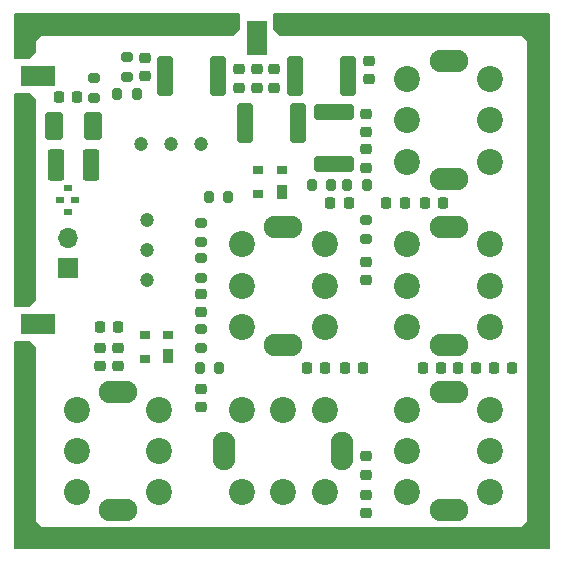
<source format=gts>
G04 #@! TF.GenerationSoftware,KiCad,Pcbnew,8.0.2*
G04 #@! TF.CreationDate,2024-06-05T16:45:05+02:00*
G04 #@! TF.ProjectId,IF to LOW_IF Mixer,49462074-6f20-44c4-9f57-5f4946204d69,rev?*
G04 #@! TF.SameCoordinates,Original*
G04 #@! TF.FileFunction,Soldermask,Top*
G04 #@! TF.FilePolarity,Negative*
%FSLAX46Y46*%
G04 Gerber Fmt 4.6, Leading zero omitted, Abs format (unit mm)*
G04 Created by KiCad (PCBNEW 8.0.2) date 2024-06-05 16:45:05*
%MOMM*%
%LPD*%
G01*
G04 APERTURE LIST*
G04 Aperture macros list*
%AMRoundRect*
0 Rectangle with rounded corners*
0 $1 Rounding radius*
0 $2 $3 $4 $5 $6 $7 $8 $9 X,Y pos of 4 corners*
0 Add a 4 corners polygon primitive as box body*
4,1,4,$2,$3,$4,$5,$6,$7,$8,$9,$2,$3,0*
0 Add four circle primitives for the rounded corners*
1,1,$1+$1,$2,$3*
1,1,$1+$1,$4,$5*
1,1,$1+$1,$6,$7*
1,1,$1+$1,$8,$9*
0 Add four rect primitives between the rounded corners*
20,1,$1+$1,$2,$3,$4,$5,0*
20,1,$1+$1,$4,$5,$6,$7,0*
20,1,$1+$1,$6,$7,$8,$9,0*
20,1,$1+$1,$8,$9,$2,$3,0*%
G04 Aperture macros list end*
%ADD10C,0.200000*%
%ADD11R,0.900000X1.200000*%
%ADD12R,0.900000X0.800000*%
%ADD13RoundRect,0.225000X0.250000X-0.225000X0.250000X0.225000X-0.250000X0.225000X-0.250000X-0.225000X0*%
%ADD14RoundRect,0.225000X-0.250000X0.225000X-0.250000X-0.225000X0.250000X-0.225000X0.250000X0.225000X0*%
%ADD15C,2.200000*%
%ADD16O,3.250000X1.900000*%
%ADD17RoundRect,0.250000X0.400000X1.450000X-0.400000X1.450000X-0.400000X-1.450000X0.400000X-1.450000X0*%
%ADD18C,1.200000*%
%ADD19RoundRect,0.225000X0.225000X0.250000X-0.225000X0.250000X-0.225000X-0.250000X0.225000X-0.250000X0*%
%ADD20RoundRect,0.225000X-0.225000X-0.250000X0.225000X-0.250000X0.225000X0.250000X-0.225000X0.250000X0*%
%ADD21RoundRect,0.200000X-0.275000X0.200000X-0.275000X-0.200000X0.275000X-0.200000X0.275000X0.200000X0*%
%ADD22RoundRect,0.200000X0.275000X-0.200000X0.275000X0.200000X-0.275000X0.200000X-0.275000X-0.200000X0*%
%ADD23R,1.700000X1.700000*%
%ADD24O,1.700000X1.700000*%
%ADD25RoundRect,0.200000X0.200000X0.275000X-0.200000X0.275000X-0.200000X-0.275000X0.200000X-0.275000X0*%
%ADD26R,0.800000X0.600000*%
%ADD27R,0.650000X0.600000*%
%ADD28RoundRect,0.250000X-0.400000X-1.450000X0.400000X-1.450000X0.400000X1.450000X-0.400000X1.450000X0*%
%ADD29R,3.000000X1.750000*%
%ADD30O,1.900000X3.250000*%
%ADD31RoundRect,0.200000X-0.200000X-0.275000X0.200000X-0.275000X0.200000X0.275000X-0.200000X0.275000X0*%
%ADD32R,1.750000X3.000000*%
%ADD33RoundRect,0.250001X-0.462499X-1.074999X0.462499X-1.074999X0.462499X1.074999X-0.462499X1.074999X0*%
%ADD34RoundRect,0.250001X0.499999X0.924999X-0.499999X0.924999X-0.499999X-0.924999X0.499999X-0.924999X0*%
%ADD35RoundRect,0.250000X1.450000X-0.400000X1.450000X0.400000X-1.450000X0.400000X-1.450000X-0.400000X0*%
G04 APERTURE END LIST*
D10*
X80000000Y-46250000D02*
X80000000Y-47250000D01*
X79500000Y-47750000D01*
X78250000Y-47750000D01*
X78250000Y-45250000D01*
X81000000Y-45250000D01*
X80000000Y-46250000D01*
G36*
X80000000Y-46250000D02*
G01*
X80000000Y-47250000D01*
X79500000Y-47750000D01*
X78250000Y-47750000D01*
X78250000Y-45250000D01*
X81000000Y-45250000D01*
X80000000Y-46250000D01*
G37*
X97250000Y-45250000D02*
X96750000Y-45750000D01*
X78750000Y-45750000D01*
X78250000Y-45250000D01*
X78250000Y-44000000D01*
X97250000Y-44000000D01*
X97250000Y-45250000D01*
G36*
X97250000Y-45250000D02*
G01*
X96750000Y-45750000D01*
X78750000Y-45750000D01*
X78250000Y-45250000D01*
X78250000Y-44000000D01*
X97250000Y-44000000D01*
X97250000Y-45250000D01*
G37*
X123500000Y-89250000D02*
X78250000Y-89250000D01*
X78250000Y-71750000D01*
X79500000Y-71750000D01*
X80000000Y-72250000D01*
X80000000Y-87000000D01*
X80500000Y-87500000D01*
X121250000Y-87500000D01*
X121750000Y-87000000D01*
X121750000Y-46250000D01*
X121250000Y-45750000D01*
X100750000Y-45750000D01*
X100250000Y-45250000D01*
X100250000Y-44000000D01*
X123500000Y-44000000D01*
X123500000Y-89250000D01*
G36*
X123500000Y-89250000D02*
G01*
X78250000Y-89250000D01*
X78250000Y-71750000D01*
X79500000Y-71750000D01*
X80000000Y-72250000D01*
X80000000Y-87000000D01*
X80500000Y-87500000D01*
X121250000Y-87500000D01*
X121750000Y-87000000D01*
X121750000Y-46250000D01*
X121250000Y-45750000D01*
X100750000Y-45750000D01*
X100250000Y-45250000D01*
X100250000Y-44000000D01*
X123500000Y-44000000D01*
X123500000Y-89250000D01*
G37*
X80000000Y-51250000D02*
X80000000Y-68250000D01*
X79500000Y-68750000D01*
X78250000Y-68750000D01*
X78250000Y-50750000D01*
X79500000Y-50750000D01*
X80000000Y-51250000D01*
G36*
X80000000Y-51250000D02*
G01*
X80000000Y-68250000D01*
X79500000Y-68750000D01*
X78250000Y-68750000D01*
X78250000Y-50750000D01*
X79500000Y-50750000D01*
X80000000Y-51250000D01*
G37*
D11*
X100875000Y-59050000D03*
D12*
X100875000Y-57250000D03*
X98875000Y-57250000D03*
X98875000Y-59250000D03*
D11*
X91250000Y-73000000D03*
D12*
X91250000Y-71200000D03*
X89250000Y-71200000D03*
X89250000Y-73200000D03*
D13*
X108000000Y-86275000D03*
X108000000Y-84725000D03*
D14*
X108000000Y-81451000D03*
X108000000Y-83001000D03*
D15*
X90500000Y-77500000D03*
X83500000Y-84500000D03*
X83500000Y-81000000D03*
X83500000Y-77500000D03*
D16*
X87000000Y-86000000D03*
D15*
X90500000Y-84500000D03*
X90500000Y-81000000D03*
D16*
X87000000Y-76000000D03*
D13*
X97250000Y-50250000D03*
X97250000Y-48700000D03*
D17*
X102225000Y-53250000D03*
X97775000Y-53250000D03*
D14*
X85500000Y-72250000D03*
X85500000Y-73800000D03*
D18*
X94040000Y-55000000D03*
X91500000Y-55000000D03*
X88960000Y-55000000D03*
D19*
X111275000Y-60000000D03*
X109725000Y-60000000D03*
D20*
X104975000Y-60000000D03*
X106525000Y-60000000D03*
D15*
X111500000Y-56500000D03*
X118500000Y-49500000D03*
X118500000Y-53000000D03*
X118500000Y-56500000D03*
D16*
X115000000Y-48000000D03*
D15*
X111500000Y-49500000D03*
X111500000Y-53000000D03*
D16*
X115000000Y-58000000D03*
D21*
X94000000Y-70675000D03*
X94000000Y-72325000D03*
D19*
X87025000Y-70500000D03*
X85475000Y-70500000D03*
X114350000Y-74000000D03*
X112800000Y-74000000D03*
X114525000Y-60000000D03*
X112975000Y-60000000D03*
D14*
X100250000Y-48700000D03*
X100250000Y-50250000D03*
D22*
X94000000Y-66325000D03*
X94000000Y-64675000D03*
D23*
X82750000Y-65525000D03*
D24*
X82750000Y-62985000D03*
D25*
X96325000Y-59500000D03*
X94675000Y-59500000D03*
D20*
X106225000Y-74000000D03*
X107775000Y-74000000D03*
D26*
X82750000Y-60750000D03*
D27*
X82125000Y-59750000D03*
X83375000Y-59750000D03*
D26*
X82750000Y-58750000D03*
D28*
X91025000Y-49250000D03*
X95475000Y-49250000D03*
D29*
X80250000Y-49250000D03*
D25*
X108075000Y-58500000D03*
X106425000Y-58500000D03*
D18*
X89500000Y-61460000D03*
X89500000Y-64000000D03*
X89500000Y-66540000D03*
D15*
X97500000Y-70500000D03*
X104500000Y-70500000D03*
D16*
X101000000Y-62000000D03*
D15*
X104500000Y-63500000D03*
X97500000Y-63500000D03*
X104500000Y-67000000D03*
X97500000Y-67000000D03*
D16*
X101000000Y-72000000D03*
D13*
X108000000Y-54025000D03*
X108000000Y-52475000D03*
D22*
X85000000Y-51075000D03*
X85000000Y-49425000D03*
D14*
X94000000Y-75725000D03*
X94000000Y-77275000D03*
D22*
X87750000Y-49325000D03*
X87750000Y-47675000D03*
D15*
X104500000Y-77500000D03*
X104500000Y-84500000D03*
D30*
X106000000Y-81000000D03*
D15*
X101000000Y-84500000D03*
X101000000Y-77500000D03*
X97500000Y-84500000D03*
X97500000Y-77500000D03*
D30*
X96000000Y-81000000D03*
D31*
X93925000Y-74000000D03*
X95575000Y-74000000D03*
D19*
X117350000Y-74000000D03*
X115800000Y-74000000D03*
D13*
X89250000Y-49275000D03*
X89250000Y-47725000D03*
X108250000Y-49525000D03*
X108250000Y-47975000D03*
D20*
X118800000Y-74000000D03*
X120350000Y-74000000D03*
D13*
X87000000Y-73800000D03*
X87000000Y-72250000D03*
D17*
X106475000Y-49250000D03*
X102025000Y-49250000D03*
D29*
X80250000Y-70250000D03*
D20*
X102975000Y-74000000D03*
X104525000Y-74000000D03*
D14*
X98750000Y-48700000D03*
X98750000Y-50250000D03*
D31*
X103425000Y-58500000D03*
X105075000Y-58500000D03*
D32*
X98750000Y-46000000D03*
D15*
X118500000Y-77500000D03*
X111500000Y-84500000D03*
D16*
X115000000Y-86000000D03*
D15*
X118500000Y-84500000D03*
X111500000Y-81000000D03*
X118500000Y-81000000D03*
X111500000Y-77500000D03*
D16*
X115000000Y-76000000D03*
D14*
X108000000Y-55475000D03*
X108000000Y-57025000D03*
D19*
X83525000Y-51000000D03*
X81975000Y-51000000D03*
D13*
X108000000Y-66525000D03*
X108000000Y-64975000D03*
D33*
X81762500Y-56750000D03*
X84737500Y-56750000D03*
D25*
X88575000Y-50750000D03*
X86925000Y-50750000D03*
D21*
X108000000Y-61425000D03*
X108000000Y-63075000D03*
D15*
X118500000Y-70500000D03*
X111500000Y-63500000D03*
D16*
X115000000Y-72000000D03*
D15*
X111500000Y-70500000D03*
X111500000Y-67000000D03*
X118500000Y-67000000D03*
X118500000Y-63500000D03*
D16*
X115000000Y-62000000D03*
D21*
X94000000Y-61675000D03*
X94000000Y-63325000D03*
D34*
X84875000Y-53500000D03*
X81625000Y-53500000D03*
D35*
X105250000Y-56725000D03*
X105250000Y-52275000D03*
D14*
X94000000Y-67725000D03*
X94000000Y-69275000D03*
M02*

</source>
